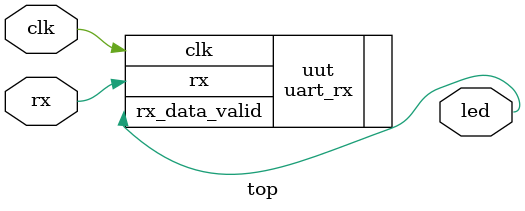
<source format=v>
module top (
	input clk,
	input rx,
	output reg led
);

uart_rx uut (
	.clk (clk),
	.rx (rx),
	.rx_data_valid (led)
);

endmodule

</source>
